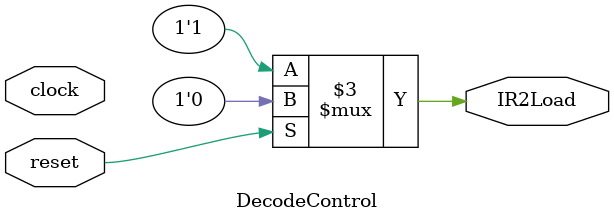
<source format=v>
module DecodeControl
(
	clock, reset, IR2Load
);
	input clock, reset;
	output IR2Load;
	reg IR2Load;
	always @(*)
	begin 
		if (reset)
			IR2Load <= 0;
		else
			IR2Load <= 1; 
		
	end 
endmodule 
</source>
